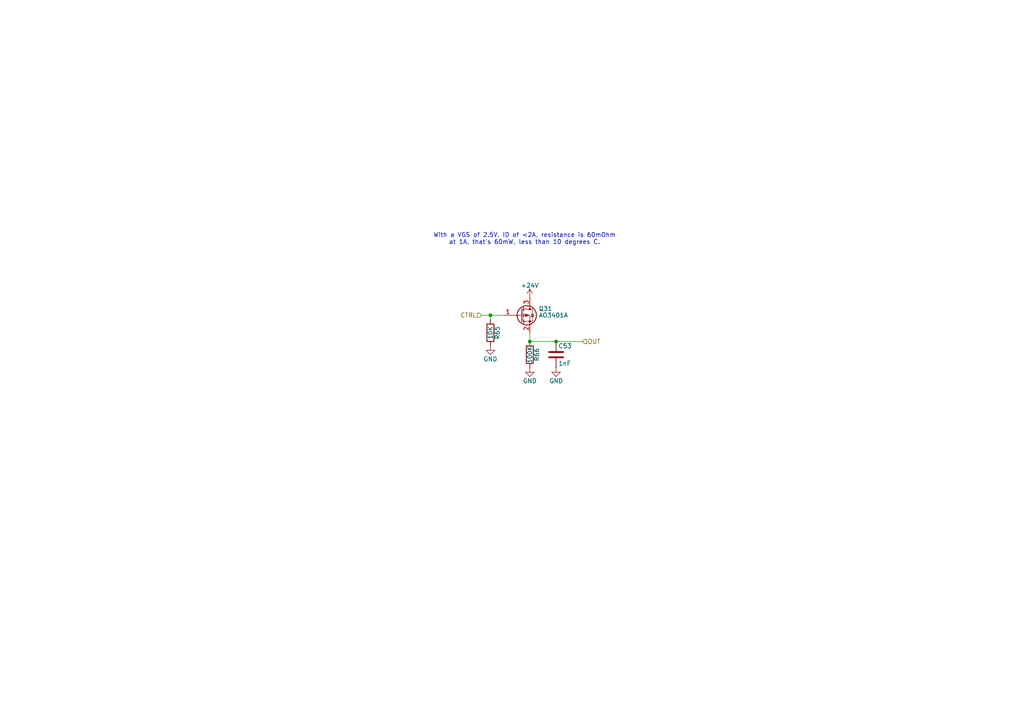
<source format=kicad_sch>
(kicad_sch (version 20231120) (generator "eeschema") (generator_version "8.0")
  (paper "A4")
  (lib_symbols
    (symbol "Device:C" (pin_numbers hide) (pin_names (offset 0.254))
      (property "Reference" "C" (at 0.635 2.54 0))
      (property "Value" "C" (at 0.635 -2.54 0))
      (symbol "C_0_1"
        (polyline (pts (xy -2.032 -0.762) (xy 2.032 -0.762)) (stroke (width 0.508)))
        (polyline (pts (xy -2.032 0.762) (xy 2.032 0.762)) (stroke (width 0.508)))
      )
      (symbol "C_1_1"
        (pin passive line (at 0 3.81 270) (length 2.794) (name "~") (number "1"))
        (pin passive line (at 0 -3.81 90) (length 2.794) (name "~") (number "2"))
      )
    )
    (symbol "Device:R" (pin_numbers hide) (pin_names (offset 0))
      (property "Reference" "R" (at 2.032 0 90))
      (property "Value" "R" (at 0 0 90))
      (symbol "R_0_1"
        (rectangle (start -1.016 -2.54) (end 1.016 2.54) (stroke (width 0.254)))
      )
      (symbol "R_1_1"
        (pin passive line (at 0 3.81 270) (length 1.27) (name "~") (number "1"))
        (pin passive line (at 0 -3.81 90) (length 1.27) (name "~") (number "2"))
      )
    )
    (symbol "Transistor_FET:AO3401A" (pin_names hide)
      (property "Reference" "Q" (at 5.08 1.905 0))
      (property "Value" "AO3401A" (at 5.08 0 0))
      (symbol "AO3401A_0_1"
        (polyline (pts (xy 0.254 0) (xy -2.54 0)))
        (polyline (pts (xy 0.254 1.905) (xy 0.254 -1.905)) (stroke (width 0.254)))
        (polyline (pts (xy 0.762 -1.27) (xy 0.762 -2.286)) (stroke (width 0.254)))
        (polyline (pts (xy 0.762 0.508) (xy 0.762 -0.508)) (stroke (width 0.254)))
        (polyline (pts (xy 0.762 2.286) (xy 0.762 1.27)) (stroke (width 0.254)))
        (polyline (pts (xy 2.54 2.54) (xy 2.54 1.778)))
        (polyline (pts (xy 2.54 -2.54) (xy 2.54 0) (xy 0.762 0)))
        (polyline (pts (xy 0.762 1.778) (xy 3.302 1.778) (xy 3.302 -1.778) (xy 0.762 -1.778)))
        (polyline (pts (xy 2.286 0) (xy 1.27 0.381) (xy 1.27 -0.381) (xy 2.286 0)) (fill (type outline)))
        (polyline (pts (xy 2.794 -0.508) (xy 2.921 -0.381) (xy 3.683 -0.381) (xy 3.81 -0.254)))
        (polyline (pts (xy 3.302 -0.381) (xy 2.921 0.254) (xy 3.683 0.254) (xy 3.302 -0.381)))
        (circle (center 1.651 0) (radius 2.794) (stroke (width 0.254)))
        (circle (center 2.54 -1.778) (radius 0.254) (fill (type outline)))
        (circle (center 2.54 1.778) (radius 0.254) (fill (type outline)))
      )
      (symbol "AO3401A_1_1"
        (pin input line (at -5.08 0 0) (length 2.54) (name "G") (number "1"))
        (pin passive line (at 2.54 -5.08 90) (length 2.54) (name "S") (number "2"))
        (pin passive line (at 2.54 5.08 270) (length 2.54) (name "D") (number "3"))
      )
    )
    (symbol "power:+24V" (power) (pin_numbers hide) (pin_names (offset 0) hide)
      (property "Value" "+24V" (at 0 3.556 0))
      (symbol "+24V_0_1"
        (polyline (pts (xy -0.762 1.27) (xy 0 2.54)))
        (polyline (pts (xy 0 0) (xy 0 2.54)))
        (polyline (pts (xy 0 2.54) (xy 0.762 1.27)))
      )
      (symbol "+24V_1_1"
        (pin power_in line (at 0 0 90) (length 0) (name "~") (number "1"))
      )
    )
    (symbol "power:GND" (power) (pin_numbers hide) (pin_names (offset 0) hide)
      (property "Value" "GND" (at 0 -3.81 0))
      (symbol "GND_0_1"
        (polyline (pts (xy 0 0) (xy 0 -1.27) (xy 1.27 -1.27) (xy 0 -2.54) (xy -1.27 -1.27) (xy 0 -1.27)))
      )
      (symbol "GND_1_1"
        (pin power_in line (at 0 0 270) (length 0) (name "~") (number "1"))
      )
    )
  )
  (junction (at 142.24 91.44))
  (junction (at 153.67 99.06))
  (junction (at 161.29 99.06))
  (wire (pts (xy 142.24 91.44) (xy 146.05 91.44)))
  (wire (pts (xy 161.29 99.06) (xy 153.67 99.06)))
  (wire (pts (xy 142.24 91.44) (xy 142.24 92.71)))
  (wire (pts (xy 168.91 99.06) (xy 161.29 99.06)))
  (wire (pts (xy 139.7 91.44) (xy 142.24 91.44)))
  (wire (pts (xy 153.67 99.06) (xy 153.67 96.52)))
  (text "With a VGS of 2.5V, ID of <2A, resistance is 60mOhm\nat 1A, that's 60mW, less than 10 degrees C.\n" (at 152.146 69.342 0) (effects (font (size 1.27 1.27))))
  (hierarchical_label "OUT" (shape input) (at 168.91 99.06 0))
  (hierarchical_label "CTRL" (shape input) (at 139.7 91.44 180))
  (symbol (lib_id "power:+24V") (at 153.67 86.36 0) (unit 1)
    (property "Reference" "#PWR0177" (effects (hide yes)))
    (property "Value" "+24V" (at 153.67 82.804 0))
    (property "Description" "Power symbol creates a global label with name \"+24V\"" (effects (hide yes)))
    (instances (project "VFDSAO" (path "" (reference "#PWR0177") (unit 1)) (path "" (reference "#PWR0161") (unit 1)) (path "" (reference "#PWR0121") (unit 1)) (path "" (reference "#PWR0169") (unit 1)) (path "" (reference "#PWR0109") (unit 1)) (path "" (reference "#PWR0113") (unit 1)) (path "" (reference "#PWR0157") (unit 1)) (path "" (reference "#PWR0149") (unit 1)) (path "" (reference "#PWR0117") (unit 1)) (path "" (reference "#PWR0145") (unit 1)) (path "" (reference "#PWR0173") (unit 1)) (path "" (reference "#PWR0141") (unit 1)) (path "" (reference "#PWR0129") (unit 1)) (path "" (reference "#PWR0153") (unit 1)) (path "" (reference "#PWR0165") (unit 1)) (path "" (reference "#PWR0101") (unit 1)) (path "" (reference "#PWR0125") (unit 1)) (path "" (reference "#PWR0133") (unit 1)) (path "" (reference "#PWR0137") (unit 1)) (path "" (reference "#PWR0105") (unit 1))))
  )
  (symbol (lib_id "Device:R") (at 153.67 102.87 0) (unit 1)
    (property "Reference" "R66" (at 155.702 102.87 90))
    (property "Value" "100K" (at 153.67 102.87 90))
    (property "Footprint" "Resistor_SMD:R_0402_1005Metric" (effects (hide yes)))
    (property "Description" "Resistor" (effects (hide yes)))
    (instances (project "VFDSAO" (path "" (reference "R66") (unit 1)) (path "" (reference "R58") (unit 1)) (path "" (reference "R38") (unit 1)) (path "" (reference "R62") (unit 1)) (path "" (reference "R32") (unit 1)) (path "" (reference "R34") (unit 1)) (path "" (reference "R56") (unit 1)) (path "" (reference "R52") (unit 1)) (path "" (reference "R36") (unit 1)) (path "" (reference "R50") (unit 1)) (path "" (reference "R64") (unit 1)) (path "" (reference "R48") (unit 1)) (path "" (reference "R42") (unit 1)) (path "" (reference "R54") (unit 1)) (path "" (reference "R60") (unit 1)) (path "" (reference "R28") (unit 1)) (path "" (reference "R40") (unit 1)) (path "" (reference "R44") (unit 1)) (path "" (reference "R46") (unit 1)) (path "" (reference "R30") (unit 1))))
  )
  (symbol (lib_id "power:GND") (at 161.29 106.68 0) (unit 1)
    (property "Reference" "#PWR0179" (effects (hide yes)))
    (property "Value" "GND" (at 161.29 110.49 0))
    (property "Description" "Power symbol creates a global label with name \"GND\" , ground" (effects (hide yes)))
    (instances (project "VFDSAO" (path "" (reference "#PWR0179") (unit 1)) (path "" (reference "#PWR0163") (unit 1)) (path "" (reference "#PWR0123") (unit 1)) (path "" (reference "#PWR0171") (unit 1)) (path "" (reference "#PWR0111") (unit 1)) (path "" (reference "#PWR0115") (unit 1)) (path "" (reference "#PWR0159") (unit 1)) (path "" (reference "#PWR0151") (unit 1)) (path "" (reference "#PWR0119") (unit 1)) (path "" (reference "#PWR0147") (unit 1)) (path "" (reference "#PWR0175") (unit 1)) (path "" (reference "#PWR0143") (unit 1)) (path "" (reference "#PWR0131") (unit 1)) (path "" (reference "#PWR0155") (unit 1)) (path "" (reference "#PWR0167") (unit 1)) (path "" (reference "#PWR0103") (unit 1)) (path "" (reference "#PWR0127") (unit 1)) (path "" (reference "#PWR0135") (unit 1)) (path "" (reference "#PWR0139") (unit 1)) (path "" (reference "#PWR0107") (unit 1))))
  )
  (symbol (lib_id "power:GND") (at 153.67 106.68 0) (unit 1)
    (property "Reference" "#PWR0178" (effects (hide yes)))
    (property "Value" "GND" (at 153.67 110.49 0))
    (property "Description" "Power symbol creates a global label with name \"GND\" , ground" (effects (hide yes)))
    (instances (project "VFDSAO" (path "" (reference "#PWR0178") (unit 1)) (path "" (reference "#PWR0162") (unit 1)) (path "" (reference "#PWR0122") (unit 1)) (path "" (reference "#PWR0170") (unit 1)) (path "" (reference "#PWR0110") (unit 1)) (path "" (reference "#PWR0114") (unit 1)) (path "" (reference "#PWR0158") (unit 1)) (path "" (reference "#PWR0150") (unit 1)) (path "" (reference "#PWR0118") (unit 1)) (path "" (reference "#PWR0146") (unit 1)) (path "" (reference "#PWR0174") (unit 1)) (path "" (reference "#PWR0142") (unit 1)) (path "" (reference "#PWR0130") (unit 1)) (path "" (reference "#PWR0154") (unit 1)) (path "" (reference "#PWR0166") (unit 1)) (path "" (reference "#PWR0102") (unit 1)) (path "" (reference "#PWR0126") (unit 1)) (path "" (reference "#PWR0134") (unit 1)) (path "" (reference "#PWR0138") (unit 1)) (path "" (reference "#PWR0106") (unit 1))))
  )
  (symbol (lib_id "Device:R") (at 142.24 96.52 0) (unit 1)
    (property "Reference" "R65" (at 144.272 96.52 90))
    (property "Value" "10K" (at 142.24 96.52 90))
    (property "Footprint" "Resistor_SMD:R_0402_1005Metric" (effects (hide yes)))
    (property "Description" "Resistor" (effects (hide yes)))
    (instances (project "VFDSAO" (path "" (reference "R65") (unit 1)) (path "" (reference "R57") (unit 1)) (path "" (reference "R37") (unit 1)) (path "" (reference "R61") (unit 1)) (path "" (reference "R31") (unit 1)) (path "" (reference "R33") (unit 1)) (path "" (reference "R55") (unit 1)) (path "" (reference "R51") (unit 1)) (path "" (reference "R35") (unit 1)) (path "" (reference "R49") (unit 1)) (path "" (reference "R63") (unit 1)) (path "" (reference "R47") (unit 1)) (path "" (reference "R41") (unit 1)) (path "" (reference "R53") (unit 1)) (path "" (reference "R59") (unit 1)) (path "" (reference "R27") (unit 1)) (path "" (reference "R39") (unit 1)) (path "" (reference "R43") (unit 1)) (path "" (reference "R45") (unit 1)) (path "" (reference "R29") (unit 1))))
  )
  (symbol (lib_id "Transistor_FET:AO3401A") (at 151.13 91.44 0) (unit 1)
    (property "Reference" "Q31" (at 156.21 89.535 0) (effects (justify left)))
    (property "Value" "AO3401A" (at 156.21 91.44 0) (effects (justify left)))
    (property "Footprint" "Package_TO_SOT_SMD:SOT-23" (effects (hide yes)))
    (property "Datasheet" "http://www.aosmd.com/pdfs/datasheet/AO3401A.pdf" (effects (hide yes)))
    (property "Description" "-4.0A Id, -30V Vds, P-Channel MOSFET, SOT-23" (effects (hide yes)))
    (instances (project "VFDSAO" (path "" (reference "Q31") (unit 1)) (path "" (reference "Q27") (unit 1)) (path "" (reference "Q17") (unit 1)) (path "" (reference "Q29") (unit 1)) (path "" (reference "Q14") (unit 1)) (path "" (reference "Q15") (unit 1)) (path "" (reference "Q26") (unit 1)) (path "" (reference "Q24") (unit 1)) (path "" (reference "Q16") (unit 1)) (path "" (reference "Q23") (unit 1)) (path "" (reference "Q30") (unit 1)) (path "" (reference "Q22") (unit 1)) (path "" (reference "Q19") (unit 1)) (path "" (reference "Q25") (unit 1)) (path "" (reference "Q28") (unit 1)) (path "" (reference "Q12") (unit 1)) (path "" (reference "Q18") (unit 1)) (path "" (reference "Q20") (unit 1)) (path "" (reference "Q21") (unit 1)) (path "" (reference "Q13") (unit 1))))
  )
  (symbol (lib_id "Device:C") (at 161.29 102.87 0) (unit 1)
    (property "Reference" "C53" (at 161.925 100.33 0) (effects (justify left)))
    (property "Value" "1nF" (at 161.925 105.41 0) (effects (justify left)))
    (property "Footprint" "Capacitor_SMD:C_0402_1005Metric" (effects (hide yes)))
    (property "Description" "Unpolarized capacitor" (effects (hide yes)))
    (property "LCSC" "C1523" (effects (hide yes)))
    (instances (project "" (path "" (reference "C53") (unit 1)) (path "" (reference "C49") (unit 1)) (path "" (reference "C39") (unit 1)) (path "" (reference "C51") (unit 1)) (path "" (reference "C36") (unit 1)) (path "" (reference "C37") (unit 1)) (path "" (reference "C48") (unit 1)) (path "" (reference "C46") (unit 1)) (path "" (reference "C38") (unit 1)) (path "" (reference "C45") (unit 1)) (path "" (reference "C52") (unit 1)) (path "" (reference "C44") (unit 1)) (path "" (reference "C41") (unit 1)) (path "" (reference "C47") (unit 1)) (path "" (reference "C50") (unit 1)) (path "" (reference "C34") (unit 1)) (path "" (reference "C40") (unit 1)) (path "" (reference "C42") (unit 1)) (path "" (reference "C43") (unit 1)) (path "" (reference "C35") (unit 1))))
  )
  (symbol (lib_id "power:GND") (at 142.24 100.33 0) (unit 1)
    (property "Reference" "#PWR0176" (effects (hide yes)))
    (property "Value" "GND" (at 142.24 104.14 0))
    (property "Description" "Power symbol creates a global label with name \"GND\" , ground" (effects (hide yes)))
    (instances (project "VFDSAO" (path "" (reference "#PWR0176") (unit 1)) (path "" (reference "#PWR0160") (unit 1)) (path "" (reference "#PWR0120") (unit 1)) (path "" (reference "#PWR0168") (unit 1)) (path "" (reference "#PWR0108") (unit 1)) (path "" (reference "#PWR0112") (unit 1)) (path "" (reference "#PWR0156") (unit 1)) (path "" (reference "#PWR0148") (unit 1)) (path "" (reference "#PWR0116") (unit 1)) (path "" (reference "#PWR0144") (unit 1)) (path "" (reference "#PWR0172") (unit 1)) (path "" (reference "#PWR0140") (unit 1)) (path "" (reference "#PWR0128") (unit 1)) (path "" (reference "#PWR0152") (unit 1)) (path "" (reference "#PWR0164") (unit 1)) (path "" (reference "#PWR0100") (unit 1)) (path "" (reference "#PWR0124") (unit 1)) (path "" (reference "#PWR0132") (unit 1)) (path "" (reference "#PWR0136") (unit 1)) (path "" (reference "#PWR0104") (unit 1))))
  )
)
</source>
